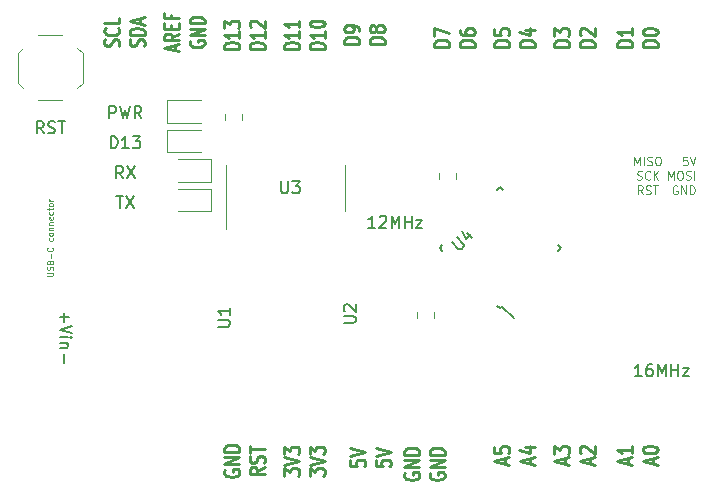
<source format=gbr>
%TF.GenerationSoftware,KiCad,Pcbnew,(5.1.2-1)-1*%
%TF.CreationDate,2020-03-19T17:13:43+05:30*%
%TF.ProjectId,Uno rev1.1,556e6f20-7265-4763-912e-312e6b696361,rev?*%
%TF.SameCoordinates,Original*%
%TF.FileFunction,Legend,Top*%
%TF.FilePolarity,Positive*%
%FSLAX46Y46*%
G04 Gerber Fmt 4.6, Leading zero omitted, Abs format (unit mm)*
G04 Created by KiCad (PCBNEW (5.1.2-1)-1) date 2020-03-19 17:13:43*
%MOMM*%
%LPD*%
G04 APERTURE LIST*
%ADD10C,0.125000*%
%ADD11C,0.228600*%
%ADD12C,0.100000*%
%ADD13C,0.120000*%
%ADD14C,0.150000*%
G04 APERTURE END LIST*
D10*
X15476190Y-34726190D02*
X15880952Y-34726190D01*
X15928571Y-34702380D01*
X15952380Y-34678571D01*
X15976190Y-34630952D01*
X15976190Y-34535714D01*
X15952380Y-34488095D01*
X15928571Y-34464285D01*
X15880952Y-34440476D01*
X15476190Y-34440476D01*
X15952380Y-34226190D02*
X15976190Y-34154761D01*
X15976190Y-34035714D01*
X15952380Y-33988095D01*
X15928571Y-33964285D01*
X15880952Y-33940476D01*
X15833333Y-33940476D01*
X15785714Y-33964285D01*
X15761904Y-33988095D01*
X15738095Y-34035714D01*
X15714285Y-34130952D01*
X15690476Y-34178571D01*
X15666666Y-34202380D01*
X15619047Y-34226190D01*
X15571428Y-34226190D01*
X15523809Y-34202380D01*
X15500000Y-34178571D01*
X15476190Y-34130952D01*
X15476190Y-34011904D01*
X15500000Y-33940476D01*
X15714285Y-33559523D02*
X15738095Y-33488095D01*
X15761904Y-33464285D01*
X15809523Y-33440476D01*
X15880952Y-33440476D01*
X15928571Y-33464285D01*
X15952380Y-33488095D01*
X15976190Y-33535714D01*
X15976190Y-33726190D01*
X15476190Y-33726190D01*
X15476190Y-33559523D01*
X15500000Y-33511904D01*
X15523809Y-33488095D01*
X15571428Y-33464285D01*
X15619047Y-33464285D01*
X15666666Y-33488095D01*
X15690476Y-33511904D01*
X15714285Y-33559523D01*
X15714285Y-33726190D01*
X15785714Y-33226190D02*
X15785714Y-32845238D01*
X15928571Y-32321428D02*
X15952380Y-32345238D01*
X15976190Y-32416666D01*
X15976190Y-32464285D01*
X15952380Y-32535714D01*
X15904761Y-32583333D01*
X15857142Y-32607142D01*
X15761904Y-32630952D01*
X15690476Y-32630952D01*
X15595238Y-32607142D01*
X15547619Y-32583333D01*
X15500000Y-32535714D01*
X15476190Y-32464285D01*
X15476190Y-32416666D01*
X15500000Y-32345238D01*
X15523809Y-32321428D01*
X15952380Y-31511904D02*
X15976190Y-31559523D01*
X15976190Y-31654761D01*
X15952380Y-31702380D01*
X15928571Y-31726190D01*
X15880952Y-31750000D01*
X15738095Y-31750000D01*
X15690476Y-31726190D01*
X15666666Y-31702380D01*
X15642857Y-31654761D01*
X15642857Y-31559523D01*
X15666666Y-31511904D01*
X15976190Y-31226190D02*
X15952380Y-31273809D01*
X15928571Y-31297619D01*
X15880952Y-31321428D01*
X15738095Y-31321428D01*
X15690476Y-31297619D01*
X15666666Y-31273809D01*
X15642857Y-31226190D01*
X15642857Y-31154761D01*
X15666666Y-31107142D01*
X15690476Y-31083333D01*
X15738095Y-31059523D01*
X15880952Y-31059523D01*
X15928571Y-31083333D01*
X15952380Y-31107142D01*
X15976190Y-31154761D01*
X15976190Y-31226190D01*
X15642857Y-30845238D02*
X15976190Y-30845238D01*
X15690476Y-30845238D02*
X15666666Y-30821428D01*
X15642857Y-30773809D01*
X15642857Y-30702380D01*
X15666666Y-30654761D01*
X15714285Y-30630952D01*
X15976190Y-30630952D01*
X15642857Y-30392857D02*
X15976190Y-30392857D01*
X15690476Y-30392857D02*
X15666666Y-30369047D01*
X15642857Y-30321428D01*
X15642857Y-30250000D01*
X15666666Y-30202380D01*
X15714285Y-30178571D01*
X15976190Y-30178571D01*
X15952380Y-29750000D02*
X15976190Y-29797619D01*
X15976190Y-29892857D01*
X15952380Y-29940476D01*
X15904761Y-29964285D01*
X15714285Y-29964285D01*
X15666666Y-29940476D01*
X15642857Y-29892857D01*
X15642857Y-29797619D01*
X15666666Y-29750000D01*
X15714285Y-29726190D01*
X15761904Y-29726190D01*
X15809523Y-29964285D01*
X15952380Y-29297619D02*
X15976190Y-29345238D01*
X15976190Y-29440476D01*
X15952380Y-29488095D01*
X15928571Y-29511904D01*
X15880952Y-29535714D01*
X15738095Y-29535714D01*
X15690476Y-29511904D01*
X15666666Y-29488095D01*
X15642857Y-29440476D01*
X15642857Y-29345238D01*
X15666666Y-29297619D01*
X15642857Y-29154761D02*
X15642857Y-28964285D01*
X15476190Y-29083333D02*
X15904761Y-29083333D01*
X15952380Y-29059523D01*
X15976190Y-29011904D01*
X15976190Y-28964285D01*
X15976190Y-28726190D02*
X15952380Y-28773809D01*
X15928571Y-28797619D01*
X15880952Y-28821428D01*
X15738095Y-28821428D01*
X15690476Y-28797619D01*
X15666666Y-28773809D01*
X15642857Y-28726190D01*
X15642857Y-28654761D01*
X15666666Y-28607142D01*
X15690476Y-28583333D01*
X15738095Y-28559523D01*
X15880952Y-28559523D01*
X15928571Y-28583333D01*
X15952380Y-28607142D01*
X15976190Y-28654761D01*
X15976190Y-28726190D01*
X15976190Y-28345238D02*
X15642857Y-28345238D01*
X15738095Y-28345238D02*
X15690476Y-28321428D01*
X15666666Y-28297619D01*
X15642857Y-28250000D01*
X15642857Y-28202380D01*
D11*
X26314866Y-15624704D02*
X26314866Y-15165085D01*
X26677723Y-15716628D02*
X25407723Y-15394895D01*
X26677723Y-15073161D01*
X26677723Y-14199885D02*
X26072961Y-14521619D01*
X26677723Y-14751428D02*
X25407723Y-14751428D01*
X25407723Y-14383733D01*
X25468200Y-14291809D01*
X25528676Y-14245847D01*
X25649628Y-14199885D01*
X25831057Y-14199885D01*
X25952009Y-14245847D01*
X26012485Y-14291809D01*
X26072961Y-14383733D01*
X26072961Y-14751428D01*
X26012485Y-13786228D02*
X26012485Y-13464495D01*
X26677723Y-13326609D02*
X26677723Y-13786228D01*
X25407723Y-13786228D01*
X25407723Y-13326609D01*
X26012485Y-12591219D02*
X26012485Y-12912952D01*
X26677723Y-12912952D02*
X25407723Y-12912952D01*
X25407723Y-12453333D01*
X27601800Y-14797390D02*
X27541323Y-14889314D01*
X27541323Y-15027200D01*
X27601800Y-15165085D01*
X27722752Y-15257009D01*
X27843704Y-15302971D01*
X28085609Y-15348933D01*
X28267038Y-15348933D01*
X28508942Y-15302971D01*
X28629895Y-15257009D01*
X28750847Y-15165085D01*
X28811323Y-15027200D01*
X28811323Y-14935276D01*
X28750847Y-14797390D01*
X28690371Y-14751428D01*
X28267038Y-14751428D01*
X28267038Y-14935276D01*
X28811323Y-14337771D02*
X27541323Y-14337771D01*
X28811323Y-13786228D01*
X27541323Y-13786228D01*
X28811323Y-13326609D02*
X27541323Y-13326609D01*
X27541323Y-13096800D01*
X27601800Y-12958914D01*
X27722752Y-12866990D01*
X27843704Y-12821028D01*
X28085609Y-12775066D01*
X28267038Y-12775066D01*
X28508942Y-12821028D01*
X28629895Y-12866990D01*
X28750847Y-12958914D01*
X28811323Y-13096800D01*
X28811323Y-13326609D01*
X21537247Y-15253562D02*
X21597723Y-15115676D01*
X21597723Y-14885867D01*
X21537247Y-14793943D01*
X21476771Y-14747981D01*
X21355819Y-14702019D01*
X21234866Y-14702019D01*
X21113914Y-14747981D01*
X21053438Y-14793943D01*
X20992961Y-14885867D01*
X20932485Y-15069714D01*
X20872009Y-15161638D01*
X20811533Y-15207600D01*
X20690580Y-15253562D01*
X20569628Y-15253562D01*
X20448676Y-15207600D01*
X20388200Y-15161638D01*
X20327723Y-15069714D01*
X20327723Y-14839905D01*
X20388200Y-14702019D01*
X21476771Y-13736819D02*
X21537247Y-13782781D01*
X21597723Y-13920667D01*
X21597723Y-14012590D01*
X21537247Y-14150476D01*
X21416295Y-14242400D01*
X21295342Y-14288362D01*
X21053438Y-14334324D01*
X20872009Y-14334324D01*
X20630104Y-14288362D01*
X20509152Y-14242400D01*
X20388200Y-14150476D01*
X20327723Y-14012590D01*
X20327723Y-13920667D01*
X20388200Y-13782781D01*
X20448676Y-13736819D01*
X21597723Y-12863543D02*
X21597723Y-13323162D01*
X20327723Y-13323162D01*
X23670847Y-15253562D02*
X23731323Y-15115676D01*
X23731323Y-14885867D01*
X23670847Y-14793943D01*
X23610371Y-14747981D01*
X23489419Y-14702019D01*
X23368466Y-14702019D01*
X23247514Y-14747981D01*
X23187038Y-14793943D01*
X23126561Y-14885867D01*
X23066085Y-15069714D01*
X23005609Y-15161638D01*
X22945133Y-15207600D01*
X22824180Y-15253562D01*
X22703228Y-15253562D01*
X22582276Y-15207600D01*
X22521800Y-15161638D01*
X22461323Y-15069714D01*
X22461323Y-14839905D01*
X22521800Y-14702019D01*
X23731323Y-14288362D02*
X22461323Y-14288362D01*
X22461323Y-14058552D01*
X22521800Y-13920667D01*
X22642752Y-13828743D01*
X22763704Y-13782781D01*
X23005609Y-13736819D01*
X23187038Y-13736819D01*
X23428942Y-13782781D01*
X23549895Y-13828743D01*
X23670847Y-13920667D01*
X23731323Y-14058552D01*
X23731323Y-14288362D01*
X23368466Y-13369124D02*
X23368466Y-12909505D01*
X23731323Y-13461048D02*
X22461323Y-13139314D01*
X23731323Y-12817581D01*
X49537723Y-15319904D02*
X48267723Y-15319904D01*
X48267723Y-15078000D01*
X48328200Y-14932857D01*
X48449152Y-14836095D01*
X48570104Y-14787714D01*
X48812009Y-14739333D01*
X48993438Y-14739333D01*
X49235342Y-14787714D01*
X49356295Y-14836095D01*
X49477247Y-14932857D01*
X49537723Y-15078000D01*
X49537723Y-15319904D01*
X48267723Y-14400666D02*
X48267723Y-13723333D01*
X49537723Y-14158761D01*
X51671323Y-15319904D02*
X50401323Y-15319904D01*
X50401323Y-15078000D01*
X50461800Y-14932857D01*
X50582752Y-14836095D01*
X50703704Y-14787714D01*
X50945609Y-14739333D01*
X51127038Y-14739333D01*
X51368942Y-14787714D01*
X51489895Y-14836095D01*
X51610847Y-14932857D01*
X51671323Y-15078000D01*
X51671323Y-15319904D01*
X50401323Y-13868476D02*
X50401323Y-14062000D01*
X50461800Y-14158761D01*
X50522276Y-14207142D01*
X50703704Y-14303904D01*
X50945609Y-14352285D01*
X51429419Y-14352285D01*
X51550371Y-14303904D01*
X51610847Y-14255523D01*
X51671323Y-14158761D01*
X51671323Y-13965238D01*
X51610847Y-13868476D01*
X51550371Y-13820095D01*
X51429419Y-13771714D01*
X51127038Y-13771714D01*
X51006085Y-13820095D01*
X50945609Y-13868476D01*
X50885133Y-13965238D01*
X50885133Y-14158761D01*
X50945609Y-14255523D01*
X51006085Y-14303904D01*
X51127038Y-14352285D01*
X31757723Y-15488028D02*
X30487723Y-15488028D01*
X30487723Y-15258219D01*
X30548200Y-15120333D01*
X30669152Y-15028409D01*
X30790104Y-14982447D01*
X31032009Y-14936485D01*
X31213438Y-14936485D01*
X31455342Y-14982447D01*
X31576295Y-15028409D01*
X31697247Y-15120333D01*
X31757723Y-15258219D01*
X31757723Y-15488028D01*
X31757723Y-14017247D02*
X31757723Y-14568790D01*
X31757723Y-14293019D02*
X30487723Y-14293019D01*
X30669152Y-14384942D01*
X30790104Y-14476866D01*
X30850580Y-14568790D01*
X30487723Y-13695514D02*
X30487723Y-13098009D01*
X30971533Y-13419742D01*
X30971533Y-13281857D01*
X31032009Y-13189933D01*
X31092485Y-13143971D01*
X31213438Y-13098009D01*
X31515819Y-13098009D01*
X31636771Y-13143971D01*
X31697247Y-13189933D01*
X31757723Y-13281857D01*
X31757723Y-13557628D01*
X31697247Y-13649552D01*
X31636771Y-13695514D01*
X33891323Y-15488028D02*
X32621323Y-15488028D01*
X32621323Y-15258219D01*
X32681800Y-15120333D01*
X32802752Y-15028409D01*
X32923704Y-14982447D01*
X33165609Y-14936485D01*
X33347038Y-14936485D01*
X33588942Y-14982447D01*
X33709895Y-15028409D01*
X33830847Y-15120333D01*
X33891323Y-15258219D01*
X33891323Y-15488028D01*
X33891323Y-14017247D02*
X33891323Y-14568790D01*
X33891323Y-14293019D02*
X32621323Y-14293019D01*
X32802752Y-14384942D01*
X32923704Y-14476866D01*
X32984180Y-14568790D01*
X32742276Y-13649552D02*
X32681800Y-13603590D01*
X32621323Y-13511666D01*
X32621323Y-13281857D01*
X32681800Y-13189933D01*
X32742276Y-13143971D01*
X32863228Y-13098009D01*
X32984180Y-13098009D01*
X33165609Y-13143971D01*
X33891323Y-13695514D01*
X33891323Y-13098009D01*
X36837723Y-15488028D02*
X35567723Y-15488028D01*
X35567723Y-15258219D01*
X35628200Y-15120333D01*
X35749152Y-15028409D01*
X35870104Y-14982447D01*
X36112009Y-14936485D01*
X36293438Y-14936485D01*
X36535342Y-14982447D01*
X36656295Y-15028409D01*
X36777247Y-15120333D01*
X36837723Y-15258219D01*
X36837723Y-15488028D01*
X36837723Y-14017247D02*
X36837723Y-14568790D01*
X36837723Y-14293019D02*
X35567723Y-14293019D01*
X35749152Y-14384942D01*
X35870104Y-14476866D01*
X35930580Y-14568790D01*
X36837723Y-13098009D02*
X36837723Y-13649552D01*
X36837723Y-13373780D02*
X35567723Y-13373780D01*
X35749152Y-13465704D01*
X35870104Y-13557628D01*
X35930580Y-13649552D01*
X38971323Y-15488028D02*
X37701323Y-15488028D01*
X37701323Y-15258219D01*
X37761800Y-15120333D01*
X37882752Y-15028409D01*
X38003704Y-14982447D01*
X38245609Y-14936485D01*
X38427038Y-14936485D01*
X38668942Y-14982447D01*
X38789895Y-15028409D01*
X38910847Y-15120333D01*
X38971323Y-15258219D01*
X38971323Y-15488028D01*
X38971323Y-14017247D02*
X38971323Y-14568790D01*
X38971323Y-14293019D02*
X37701323Y-14293019D01*
X37882752Y-14384942D01*
X38003704Y-14476866D01*
X38064180Y-14568790D01*
X37701323Y-13419742D02*
X37701323Y-13327819D01*
X37761800Y-13235895D01*
X37822276Y-13189933D01*
X37943228Y-13143971D01*
X38185133Y-13098009D01*
X38487514Y-13098009D01*
X38729419Y-13143971D01*
X38850371Y-13189933D01*
X38910847Y-13235895D01*
X38971323Y-13327819D01*
X38971323Y-13419742D01*
X38910847Y-13511666D01*
X38850371Y-13557628D01*
X38729419Y-13603590D01*
X38487514Y-13649552D01*
X38185133Y-13649552D01*
X37943228Y-13603590D01*
X37822276Y-13557628D01*
X37761800Y-13511666D01*
X37701323Y-13419742D01*
X41917723Y-15065904D02*
X40647723Y-15065904D01*
X40647723Y-14824000D01*
X40708200Y-14678857D01*
X40829152Y-14582095D01*
X40950104Y-14533714D01*
X41192009Y-14485333D01*
X41373438Y-14485333D01*
X41615342Y-14533714D01*
X41736295Y-14582095D01*
X41857247Y-14678857D01*
X41917723Y-14824000D01*
X41917723Y-15065904D01*
X41917723Y-14001523D02*
X41917723Y-13808000D01*
X41857247Y-13711238D01*
X41796771Y-13662857D01*
X41615342Y-13566095D01*
X41373438Y-13517714D01*
X40889628Y-13517714D01*
X40768676Y-13566095D01*
X40708200Y-13614476D01*
X40647723Y-13711238D01*
X40647723Y-13904761D01*
X40708200Y-14001523D01*
X40768676Y-14049904D01*
X40889628Y-14098285D01*
X41192009Y-14098285D01*
X41312961Y-14049904D01*
X41373438Y-14001523D01*
X41433914Y-13904761D01*
X41433914Y-13711238D01*
X41373438Y-13614476D01*
X41312961Y-13566095D01*
X41192009Y-13517714D01*
X44051323Y-15065904D02*
X42781323Y-15065904D01*
X42781323Y-14824000D01*
X42841800Y-14678857D01*
X42962752Y-14582095D01*
X43083704Y-14533714D01*
X43325609Y-14485333D01*
X43507038Y-14485333D01*
X43748942Y-14533714D01*
X43869895Y-14582095D01*
X43990847Y-14678857D01*
X44051323Y-14824000D01*
X44051323Y-15065904D01*
X43325609Y-13904761D02*
X43265133Y-14001523D01*
X43204657Y-14049904D01*
X43083704Y-14098285D01*
X43023228Y-14098285D01*
X42902276Y-14049904D01*
X42841800Y-14001523D01*
X42781323Y-13904761D01*
X42781323Y-13711238D01*
X42841800Y-13614476D01*
X42902276Y-13566095D01*
X43023228Y-13517714D01*
X43083704Y-13517714D01*
X43204657Y-13566095D01*
X43265133Y-13614476D01*
X43325609Y-13711238D01*
X43325609Y-13904761D01*
X43386085Y-14001523D01*
X43446561Y-14049904D01*
X43567514Y-14098285D01*
X43809419Y-14098285D01*
X43930371Y-14049904D01*
X43990847Y-14001523D01*
X44051323Y-13904761D01*
X44051323Y-13711238D01*
X43990847Y-13614476D01*
X43930371Y-13566095D01*
X43809419Y-13517714D01*
X43567514Y-13517714D01*
X43446561Y-13566095D01*
X43386085Y-13614476D01*
X43325609Y-13711238D01*
X54617723Y-15319904D02*
X53347723Y-15319904D01*
X53347723Y-15078000D01*
X53408200Y-14932857D01*
X53529152Y-14836095D01*
X53650104Y-14787714D01*
X53892009Y-14739333D01*
X54073438Y-14739333D01*
X54315342Y-14787714D01*
X54436295Y-14836095D01*
X54557247Y-14932857D01*
X54617723Y-15078000D01*
X54617723Y-15319904D01*
X53347723Y-13820095D02*
X53347723Y-14303904D01*
X53952485Y-14352285D01*
X53892009Y-14303904D01*
X53831533Y-14207142D01*
X53831533Y-13965238D01*
X53892009Y-13868476D01*
X53952485Y-13820095D01*
X54073438Y-13771714D01*
X54375819Y-13771714D01*
X54496771Y-13820095D01*
X54557247Y-13868476D01*
X54617723Y-13965238D01*
X54617723Y-14207142D01*
X54557247Y-14303904D01*
X54496771Y-14352285D01*
X56751323Y-15319904D02*
X55481323Y-15319904D01*
X55481323Y-15078000D01*
X55541800Y-14932857D01*
X55662752Y-14836095D01*
X55783704Y-14787714D01*
X56025609Y-14739333D01*
X56207038Y-14739333D01*
X56448942Y-14787714D01*
X56569895Y-14836095D01*
X56690847Y-14932857D01*
X56751323Y-15078000D01*
X56751323Y-15319904D01*
X55904657Y-13868476D02*
X56751323Y-13868476D01*
X55420847Y-14110380D02*
X56327990Y-14352285D01*
X56327990Y-13723333D01*
X59697723Y-15319904D02*
X58427723Y-15319904D01*
X58427723Y-15078000D01*
X58488200Y-14932857D01*
X58609152Y-14836095D01*
X58730104Y-14787714D01*
X58972009Y-14739333D01*
X59153438Y-14739333D01*
X59395342Y-14787714D01*
X59516295Y-14836095D01*
X59637247Y-14932857D01*
X59697723Y-15078000D01*
X59697723Y-15319904D01*
X58427723Y-14400666D02*
X58427723Y-13771714D01*
X58911533Y-14110380D01*
X58911533Y-13965238D01*
X58972009Y-13868476D01*
X59032485Y-13820095D01*
X59153438Y-13771714D01*
X59455819Y-13771714D01*
X59576771Y-13820095D01*
X59637247Y-13868476D01*
X59697723Y-13965238D01*
X59697723Y-14255523D01*
X59637247Y-14352285D01*
X59576771Y-14400666D01*
X61831323Y-15319904D02*
X60561323Y-15319904D01*
X60561323Y-15078000D01*
X60621800Y-14932857D01*
X60742752Y-14836095D01*
X60863704Y-14787714D01*
X61105609Y-14739333D01*
X61287038Y-14739333D01*
X61528942Y-14787714D01*
X61649895Y-14836095D01*
X61770847Y-14932857D01*
X61831323Y-15078000D01*
X61831323Y-15319904D01*
X60682276Y-14352285D02*
X60621800Y-14303904D01*
X60561323Y-14207142D01*
X60561323Y-13965238D01*
X60621800Y-13868476D01*
X60682276Y-13820095D01*
X60803228Y-13771714D01*
X60924180Y-13771714D01*
X61105609Y-13820095D01*
X61831323Y-14400666D01*
X61831323Y-13771714D01*
X65031723Y-15319904D02*
X63761723Y-15319904D01*
X63761723Y-15078000D01*
X63822200Y-14932857D01*
X63943152Y-14836095D01*
X64064104Y-14787714D01*
X64306009Y-14739333D01*
X64487438Y-14739333D01*
X64729342Y-14787714D01*
X64850295Y-14836095D01*
X64971247Y-14932857D01*
X65031723Y-15078000D01*
X65031723Y-15319904D01*
X65031723Y-13771714D02*
X65031723Y-14352285D01*
X65031723Y-14062000D02*
X63761723Y-14062000D01*
X63943152Y-14158761D01*
X64064104Y-14255523D01*
X64124580Y-14352285D01*
X67165323Y-15319904D02*
X65895323Y-15319904D01*
X65895323Y-15078000D01*
X65955800Y-14932857D01*
X66076752Y-14836095D01*
X66197704Y-14787714D01*
X66439609Y-14739333D01*
X66621038Y-14739333D01*
X66862942Y-14787714D01*
X66983895Y-14836095D01*
X67104847Y-14932857D01*
X67165323Y-15078000D01*
X67165323Y-15319904D01*
X65895323Y-14110380D02*
X65895323Y-14013619D01*
X65955800Y-13916857D01*
X66016276Y-13868476D01*
X66137228Y-13820095D01*
X66379133Y-13771714D01*
X66681514Y-13771714D01*
X66923419Y-13820095D01*
X67044371Y-13868476D01*
X67104847Y-13916857D01*
X67165323Y-14013619D01*
X67165323Y-14110380D01*
X67104847Y-14207142D01*
X67044371Y-14255523D01*
X66923419Y-14303904D01*
X66681514Y-14352285D01*
X66379133Y-14352285D01*
X66137228Y-14303904D01*
X66016276Y-14255523D01*
X65955800Y-14207142D01*
X65895323Y-14110380D01*
X54254866Y-50601714D02*
X54254866Y-50117904D01*
X54617723Y-50698476D02*
X53347723Y-50359809D01*
X54617723Y-50021142D01*
X53347723Y-49198666D02*
X53347723Y-49682476D01*
X53952485Y-49730857D01*
X53892009Y-49682476D01*
X53831533Y-49585714D01*
X53831533Y-49343809D01*
X53892009Y-49247047D01*
X53952485Y-49198666D01*
X54073438Y-49150285D01*
X54375819Y-49150285D01*
X54496771Y-49198666D01*
X54557247Y-49247047D01*
X54617723Y-49343809D01*
X54617723Y-49585714D01*
X54557247Y-49682476D01*
X54496771Y-49730857D01*
X56388466Y-50601714D02*
X56388466Y-50117904D01*
X56751323Y-50698476D02*
X55481323Y-50359809D01*
X56751323Y-50021142D01*
X55904657Y-49247047D02*
X56751323Y-49247047D01*
X55420847Y-49488952D02*
X56327990Y-49730857D01*
X56327990Y-49101904D01*
X59334866Y-50601714D02*
X59334866Y-50117904D01*
X59697723Y-50698476D02*
X58427723Y-50359809D01*
X59697723Y-50021142D01*
X58427723Y-49779238D02*
X58427723Y-49150285D01*
X58911533Y-49488952D01*
X58911533Y-49343809D01*
X58972009Y-49247047D01*
X59032485Y-49198666D01*
X59153438Y-49150285D01*
X59455819Y-49150285D01*
X59576771Y-49198666D01*
X59637247Y-49247047D01*
X59697723Y-49343809D01*
X59697723Y-49634095D01*
X59637247Y-49730857D01*
X59576771Y-49779238D01*
X61468466Y-50601714D02*
X61468466Y-50117904D01*
X61831323Y-50698476D02*
X60561323Y-50359809D01*
X61831323Y-50021142D01*
X60682276Y-49730857D02*
X60621800Y-49682476D01*
X60561323Y-49585714D01*
X60561323Y-49343809D01*
X60621800Y-49247047D01*
X60682276Y-49198666D01*
X60803228Y-49150285D01*
X60924180Y-49150285D01*
X61105609Y-49198666D01*
X61831323Y-49779238D01*
X61831323Y-49150285D01*
X64668866Y-50601714D02*
X64668866Y-50117904D01*
X65031723Y-50698476D02*
X63761723Y-50359809D01*
X65031723Y-50021142D01*
X65031723Y-49150285D02*
X65031723Y-49730857D01*
X65031723Y-49440571D02*
X63761723Y-49440571D01*
X63943152Y-49537333D01*
X64064104Y-49634095D01*
X64124580Y-49730857D01*
X66802466Y-50601714D02*
X66802466Y-50117904D01*
X67165323Y-50698476D02*
X65895323Y-50359809D01*
X67165323Y-50021142D01*
X65895323Y-49488952D02*
X65895323Y-49392190D01*
X65955800Y-49295428D01*
X66016276Y-49247047D01*
X66137228Y-49198666D01*
X66379133Y-49150285D01*
X66681514Y-49150285D01*
X66923419Y-49198666D01*
X67044371Y-49247047D01*
X67104847Y-49295428D01*
X67165323Y-49392190D01*
X67165323Y-49488952D01*
X67104847Y-49585714D01*
X67044371Y-49634095D01*
X66923419Y-49682476D01*
X66681514Y-49730857D01*
X66379133Y-49730857D01*
X66137228Y-49682476D01*
X66016276Y-49634095D01*
X65955800Y-49585714D01*
X65895323Y-49488952D01*
X30548200Y-51158095D02*
X30487723Y-51254857D01*
X30487723Y-51400000D01*
X30548200Y-51545142D01*
X30669152Y-51641904D01*
X30790104Y-51690285D01*
X31032009Y-51738666D01*
X31213438Y-51738666D01*
X31455342Y-51690285D01*
X31576295Y-51641904D01*
X31697247Y-51545142D01*
X31757723Y-51400000D01*
X31757723Y-51303238D01*
X31697247Y-51158095D01*
X31636771Y-51109714D01*
X31213438Y-51109714D01*
X31213438Y-51303238D01*
X31757723Y-50674285D02*
X30487723Y-50674285D01*
X31757723Y-50093714D01*
X30487723Y-50093714D01*
X31757723Y-49609904D02*
X30487723Y-49609904D01*
X30487723Y-49368000D01*
X30548200Y-49222857D01*
X30669152Y-49126095D01*
X30790104Y-49077714D01*
X31032009Y-49029333D01*
X31213438Y-49029333D01*
X31455342Y-49077714D01*
X31576295Y-49126095D01*
X31697247Y-49222857D01*
X31757723Y-49368000D01*
X31757723Y-49609904D01*
X33891323Y-50940380D02*
X33286561Y-51279047D01*
X33891323Y-51520952D02*
X32621323Y-51520952D01*
X32621323Y-51133904D01*
X32681800Y-51037142D01*
X32742276Y-50988761D01*
X32863228Y-50940380D01*
X33044657Y-50940380D01*
X33165609Y-50988761D01*
X33226085Y-51037142D01*
X33286561Y-51133904D01*
X33286561Y-51520952D01*
X33830847Y-50553333D02*
X33891323Y-50408190D01*
X33891323Y-50166285D01*
X33830847Y-50069523D01*
X33770371Y-50021142D01*
X33649419Y-49972761D01*
X33528466Y-49972761D01*
X33407514Y-50021142D01*
X33347038Y-50069523D01*
X33286561Y-50166285D01*
X33226085Y-50359809D01*
X33165609Y-50456571D01*
X33105133Y-50504952D01*
X32984180Y-50553333D01*
X32863228Y-50553333D01*
X32742276Y-50504952D01*
X32681800Y-50456571D01*
X32621323Y-50359809D01*
X32621323Y-50117904D01*
X32681800Y-49972761D01*
X32621323Y-49682476D02*
X32621323Y-49101904D01*
X33891323Y-49392190D02*
X32621323Y-49392190D01*
X35567723Y-51641904D02*
X35567723Y-51012952D01*
X36051533Y-51351619D01*
X36051533Y-51206476D01*
X36112009Y-51109714D01*
X36172485Y-51061333D01*
X36293438Y-51012952D01*
X36595819Y-51012952D01*
X36716771Y-51061333D01*
X36777247Y-51109714D01*
X36837723Y-51206476D01*
X36837723Y-51496761D01*
X36777247Y-51593523D01*
X36716771Y-51641904D01*
X35567723Y-50722666D02*
X36837723Y-50384000D01*
X35567723Y-50045333D01*
X35567723Y-49803428D02*
X35567723Y-49174476D01*
X36051533Y-49513142D01*
X36051533Y-49368000D01*
X36112009Y-49271238D01*
X36172485Y-49222857D01*
X36293438Y-49174476D01*
X36595819Y-49174476D01*
X36716771Y-49222857D01*
X36777247Y-49271238D01*
X36837723Y-49368000D01*
X36837723Y-49658285D01*
X36777247Y-49755047D01*
X36716771Y-49803428D01*
X37701323Y-51641904D02*
X37701323Y-51012952D01*
X38185133Y-51351619D01*
X38185133Y-51206476D01*
X38245609Y-51109714D01*
X38306085Y-51061333D01*
X38427038Y-51012952D01*
X38729419Y-51012952D01*
X38850371Y-51061333D01*
X38910847Y-51109714D01*
X38971323Y-51206476D01*
X38971323Y-51496761D01*
X38910847Y-51593523D01*
X38850371Y-51641904D01*
X37701323Y-50722666D02*
X38971323Y-50384000D01*
X37701323Y-50045333D01*
X37701323Y-49803428D02*
X37701323Y-49174476D01*
X38185133Y-49513142D01*
X38185133Y-49368000D01*
X38245609Y-49271238D01*
X38306085Y-49222857D01*
X38427038Y-49174476D01*
X38729419Y-49174476D01*
X38850371Y-49222857D01*
X38910847Y-49271238D01*
X38971323Y-49368000D01*
X38971323Y-49658285D01*
X38910847Y-49755047D01*
X38850371Y-49803428D01*
X41155723Y-50323523D02*
X41155723Y-50807333D01*
X41760485Y-50855714D01*
X41700009Y-50807333D01*
X41639533Y-50710571D01*
X41639533Y-50468666D01*
X41700009Y-50371904D01*
X41760485Y-50323523D01*
X41881438Y-50275142D01*
X42183819Y-50275142D01*
X42304771Y-50323523D01*
X42365247Y-50371904D01*
X42425723Y-50468666D01*
X42425723Y-50710571D01*
X42365247Y-50807333D01*
X42304771Y-50855714D01*
X41155723Y-49984857D02*
X42425723Y-49646190D01*
X41155723Y-49307523D01*
X43289323Y-50323523D02*
X43289323Y-50807333D01*
X43894085Y-50855714D01*
X43833609Y-50807333D01*
X43773133Y-50710571D01*
X43773133Y-50468666D01*
X43833609Y-50371904D01*
X43894085Y-50323523D01*
X44015038Y-50275142D01*
X44317419Y-50275142D01*
X44438371Y-50323523D01*
X44498847Y-50371904D01*
X44559323Y-50468666D01*
X44559323Y-50710571D01*
X44498847Y-50807333D01*
X44438371Y-50855714D01*
X43289323Y-49984857D02*
X44559323Y-49646190D01*
X43289323Y-49307523D01*
X45788200Y-51412095D02*
X45727723Y-51508857D01*
X45727723Y-51654000D01*
X45788200Y-51799142D01*
X45909152Y-51895904D01*
X46030104Y-51944285D01*
X46272009Y-51992666D01*
X46453438Y-51992666D01*
X46695342Y-51944285D01*
X46816295Y-51895904D01*
X46937247Y-51799142D01*
X46997723Y-51654000D01*
X46997723Y-51557238D01*
X46937247Y-51412095D01*
X46876771Y-51363714D01*
X46453438Y-51363714D01*
X46453438Y-51557238D01*
X46997723Y-50928285D02*
X45727723Y-50928285D01*
X46997723Y-50347714D01*
X45727723Y-50347714D01*
X46997723Y-49863904D02*
X45727723Y-49863904D01*
X45727723Y-49622000D01*
X45788200Y-49476857D01*
X45909152Y-49380095D01*
X46030104Y-49331714D01*
X46272009Y-49283333D01*
X46453438Y-49283333D01*
X46695342Y-49331714D01*
X46816295Y-49380095D01*
X46937247Y-49476857D01*
X46997723Y-49622000D01*
X46997723Y-49863904D01*
X47921800Y-51412095D02*
X47861323Y-51508857D01*
X47861323Y-51654000D01*
X47921800Y-51799142D01*
X48042752Y-51895904D01*
X48163704Y-51944285D01*
X48405609Y-51992666D01*
X48587038Y-51992666D01*
X48828942Y-51944285D01*
X48949895Y-51895904D01*
X49070847Y-51799142D01*
X49131323Y-51654000D01*
X49131323Y-51557238D01*
X49070847Y-51412095D01*
X49010371Y-51363714D01*
X48587038Y-51363714D01*
X48587038Y-51557238D01*
X49131323Y-50928285D02*
X47861323Y-50928285D01*
X49131323Y-50347714D01*
X47861323Y-50347714D01*
X49131323Y-49863904D02*
X47861323Y-49863904D01*
X47861323Y-49622000D01*
X47921800Y-49476857D01*
X48042752Y-49380095D01*
X48163704Y-49331714D01*
X48405609Y-49283333D01*
X48587038Y-49283333D01*
X48828942Y-49331714D01*
X48949895Y-49380095D01*
X49070847Y-49476857D01*
X49131323Y-49622000D01*
X49131323Y-49863904D01*
D12*
X65201666Y-25364285D02*
X65201666Y-24614285D01*
X65435000Y-25150000D01*
X65668333Y-24614285D01*
X65668333Y-25364285D01*
X66001666Y-25364285D02*
X66001666Y-24614285D01*
X66301666Y-25328571D02*
X66401666Y-25364285D01*
X66568333Y-25364285D01*
X66635000Y-25328571D01*
X66668333Y-25292857D01*
X66701666Y-25221428D01*
X66701666Y-25150000D01*
X66668333Y-25078571D01*
X66635000Y-25042857D01*
X66568333Y-25007142D01*
X66435000Y-24971428D01*
X66368333Y-24935714D01*
X66335000Y-24900000D01*
X66301666Y-24828571D01*
X66301666Y-24757142D01*
X66335000Y-24685714D01*
X66368333Y-24650000D01*
X66435000Y-24614285D01*
X66601666Y-24614285D01*
X66701666Y-24650000D01*
X67135000Y-24614285D02*
X67268333Y-24614285D01*
X67335000Y-24650000D01*
X67401666Y-24721428D01*
X67435000Y-24864285D01*
X67435000Y-25114285D01*
X67401666Y-25257142D01*
X67335000Y-25328571D01*
X67268333Y-25364285D01*
X67135000Y-25364285D01*
X67068333Y-25328571D01*
X67001666Y-25257142D01*
X66968333Y-25114285D01*
X66968333Y-24864285D01*
X67001666Y-24721428D01*
X67068333Y-24650000D01*
X67135000Y-24614285D01*
X69668333Y-24614285D02*
X69335000Y-24614285D01*
X69301666Y-24971428D01*
X69335000Y-24935714D01*
X69401666Y-24900000D01*
X69568333Y-24900000D01*
X69635000Y-24935714D01*
X69668333Y-24971428D01*
X69701666Y-25042857D01*
X69701666Y-25221428D01*
X69668333Y-25292857D01*
X69635000Y-25328571D01*
X69568333Y-25364285D01*
X69401666Y-25364285D01*
X69335000Y-25328571D01*
X69301666Y-25292857D01*
X69901666Y-24614285D02*
X70135000Y-25364285D01*
X70368333Y-24614285D01*
X65435000Y-26553571D02*
X65535000Y-26589285D01*
X65701666Y-26589285D01*
X65768333Y-26553571D01*
X65801666Y-26517857D01*
X65835000Y-26446428D01*
X65835000Y-26375000D01*
X65801666Y-26303571D01*
X65768333Y-26267857D01*
X65701666Y-26232142D01*
X65568333Y-26196428D01*
X65501666Y-26160714D01*
X65468333Y-26125000D01*
X65435000Y-26053571D01*
X65435000Y-25982142D01*
X65468333Y-25910714D01*
X65501666Y-25875000D01*
X65568333Y-25839285D01*
X65735000Y-25839285D01*
X65835000Y-25875000D01*
X66535000Y-26517857D02*
X66501666Y-26553571D01*
X66401666Y-26589285D01*
X66335000Y-26589285D01*
X66235000Y-26553571D01*
X66168333Y-26482142D01*
X66135000Y-26410714D01*
X66101666Y-26267857D01*
X66101666Y-26160714D01*
X66135000Y-26017857D01*
X66168333Y-25946428D01*
X66235000Y-25875000D01*
X66335000Y-25839285D01*
X66401666Y-25839285D01*
X66501666Y-25875000D01*
X66535000Y-25910714D01*
X66835000Y-26589285D02*
X66835000Y-25839285D01*
X67235000Y-26589285D02*
X66935000Y-26160714D01*
X67235000Y-25839285D02*
X66835000Y-26267857D01*
X68068333Y-26589285D02*
X68068333Y-25839285D01*
X68301666Y-26375000D01*
X68535000Y-25839285D01*
X68535000Y-26589285D01*
X69001666Y-25839285D02*
X69135000Y-25839285D01*
X69201666Y-25875000D01*
X69268333Y-25946428D01*
X69301666Y-26089285D01*
X69301666Y-26339285D01*
X69268333Y-26482142D01*
X69201666Y-26553571D01*
X69135000Y-26589285D01*
X69001666Y-26589285D01*
X68935000Y-26553571D01*
X68868333Y-26482142D01*
X68835000Y-26339285D01*
X68835000Y-26089285D01*
X68868333Y-25946428D01*
X68935000Y-25875000D01*
X69001666Y-25839285D01*
X69568333Y-26553571D02*
X69668333Y-26589285D01*
X69835000Y-26589285D01*
X69901666Y-26553571D01*
X69935000Y-26517857D01*
X69968333Y-26446428D01*
X69968333Y-26375000D01*
X69935000Y-26303571D01*
X69901666Y-26267857D01*
X69835000Y-26232142D01*
X69701666Y-26196428D01*
X69635000Y-26160714D01*
X69601666Y-26125000D01*
X69568333Y-26053571D01*
X69568333Y-25982142D01*
X69601666Y-25910714D01*
X69635000Y-25875000D01*
X69701666Y-25839285D01*
X69868333Y-25839285D01*
X69968333Y-25875000D01*
X70268333Y-26589285D02*
X70268333Y-25839285D01*
X65901666Y-27814285D02*
X65668333Y-27457142D01*
X65501666Y-27814285D02*
X65501666Y-27064285D01*
X65768333Y-27064285D01*
X65835000Y-27100000D01*
X65868333Y-27135714D01*
X65901666Y-27207142D01*
X65901666Y-27314285D01*
X65868333Y-27385714D01*
X65835000Y-27421428D01*
X65768333Y-27457142D01*
X65501666Y-27457142D01*
X66168333Y-27778571D02*
X66268333Y-27814285D01*
X66435000Y-27814285D01*
X66501666Y-27778571D01*
X66535000Y-27742857D01*
X66568333Y-27671428D01*
X66568333Y-27600000D01*
X66535000Y-27528571D01*
X66501666Y-27492857D01*
X66435000Y-27457142D01*
X66301666Y-27421428D01*
X66235000Y-27385714D01*
X66201666Y-27350000D01*
X66168333Y-27278571D01*
X66168333Y-27207142D01*
X66201666Y-27135714D01*
X66235000Y-27100000D01*
X66301666Y-27064285D01*
X66468333Y-27064285D01*
X66568333Y-27100000D01*
X66768333Y-27064285D02*
X67168333Y-27064285D01*
X66968333Y-27814285D02*
X66968333Y-27064285D01*
X68835000Y-27100000D02*
X68768333Y-27064285D01*
X68668333Y-27064285D01*
X68568333Y-27100000D01*
X68501666Y-27171428D01*
X68468333Y-27242857D01*
X68435000Y-27385714D01*
X68435000Y-27492857D01*
X68468333Y-27635714D01*
X68501666Y-27707142D01*
X68568333Y-27778571D01*
X68668333Y-27814285D01*
X68735000Y-27814285D01*
X68835000Y-27778571D01*
X68868333Y-27742857D01*
X68868333Y-27492857D01*
X68735000Y-27492857D01*
X69168333Y-27814285D02*
X69168333Y-27064285D01*
X69568333Y-27814285D01*
X69568333Y-27064285D01*
X69901666Y-27814285D02*
X69901666Y-27064285D01*
X70068333Y-27064285D01*
X70168333Y-27100000D01*
X70235000Y-27171428D01*
X70268333Y-27242857D01*
X70301666Y-27385714D01*
X70301666Y-27492857D01*
X70268333Y-27635714D01*
X70235000Y-27707142D01*
X70168333Y-27778571D01*
X70068333Y-27814285D01*
X69901666Y-27814285D01*
D13*
%TO.C,R1*%
X46780000Y-38289252D02*
X46780000Y-37766748D01*
X48200000Y-38289252D02*
X48200000Y-37766748D01*
%TO.C,RST*%
X18040000Y-18810000D02*
X18490000Y-18360000D01*
X18040000Y-15410000D02*
X18490000Y-15860000D01*
X13440000Y-15410000D02*
X12990000Y-15860000D01*
X13440000Y-18810000D02*
X12990000Y-18360000D01*
X14740000Y-14360000D02*
X16740000Y-14360000D01*
X18490000Y-18360000D02*
X18490000Y-15860000D01*
X14740000Y-19860000D02*
X16740000Y-19860000D01*
X12990000Y-18360000D02*
X12990000Y-15860000D01*
%TO.C,U3*%
X40739000Y-27265000D02*
X40739000Y-25315000D01*
X40739000Y-27265000D02*
X40739000Y-29215000D01*
X30619000Y-27265000D02*
X30619000Y-25315000D01*
X30619000Y-27265000D02*
X30619000Y-30715000D01*
D14*
%TO.C,U4*%
X53840000Y-37476524D02*
X53999099Y-37317425D01*
X48713476Y-32350000D02*
X48943286Y-32120190D01*
X53840000Y-27223476D02*
X53610190Y-27453286D01*
X58966524Y-32350000D02*
X58736714Y-32579810D01*
X53840000Y-37476524D02*
X53610190Y-37246714D01*
X58966524Y-32350000D02*
X58736714Y-32120190D01*
X53840000Y-27223476D02*
X54069810Y-27453286D01*
X48713476Y-32350000D02*
X48943286Y-32579810D01*
X53999099Y-37317425D02*
X55006726Y-38325052D01*
D13*
%TO.C,D13*%
X28516600Y-22330000D02*
X25656600Y-22330000D01*
X25656600Y-22330000D02*
X25656600Y-24250000D01*
X25656600Y-24250000D02*
X28516600Y-24250000D01*
%TO.C,PWR*%
X28491200Y-19830000D02*
X25631200Y-19830000D01*
X25631200Y-19830000D02*
X25631200Y-21750000D01*
X25631200Y-21750000D02*
X28491200Y-21750000D01*
%TO.C,C7*%
X31944000Y-21030748D02*
X31944000Y-21553252D01*
X30524000Y-21030748D02*
X30524000Y-21553252D01*
%TO.C,C13*%
X50105000Y-25992748D02*
X50105000Y-26515252D01*
X48685000Y-25992748D02*
X48685000Y-26515252D01*
%TO.C,TX*%
X26525000Y-29250000D02*
X29385000Y-29250000D01*
X29385000Y-29250000D02*
X29385000Y-27330000D01*
X29385000Y-27330000D02*
X26525000Y-27330000D01*
%TO.C,RX*%
X26525000Y-26750000D02*
X29385000Y-26750000D01*
X29385000Y-26750000D02*
X29385000Y-24830000D01*
X29385000Y-24830000D02*
X26525000Y-24830000D01*
%TO.C,U1*%
D14*
X29952380Y-39011904D02*
X30761904Y-39011904D01*
X30857142Y-38964285D01*
X30904761Y-38916666D01*
X30952380Y-38821428D01*
X30952380Y-38630952D01*
X30904761Y-38535714D01*
X30857142Y-38488095D01*
X30761904Y-38440476D01*
X29952380Y-38440476D01*
X30952380Y-37440476D02*
X30952380Y-38011904D01*
X30952380Y-37726190D02*
X29952380Y-37726190D01*
X30095238Y-37821428D01*
X30190476Y-37916666D01*
X30238095Y-38011904D01*
%TO.C,U2*%
X40592380Y-38699904D02*
X41401904Y-38699904D01*
X41497142Y-38652285D01*
X41544761Y-38604666D01*
X41592380Y-38509428D01*
X41592380Y-38318952D01*
X41544761Y-38223714D01*
X41497142Y-38176095D01*
X41401904Y-38128476D01*
X40592380Y-38128476D01*
X40687619Y-37699904D02*
X40640000Y-37652285D01*
X40592380Y-37557047D01*
X40592380Y-37318952D01*
X40640000Y-37223714D01*
X40687619Y-37176095D01*
X40782857Y-37128476D01*
X40878095Y-37128476D01*
X41020952Y-37176095D01*
X41592380Y-37747523D01*
X41592380Y-37128476D01*
%TO.C,Y2*%
X43259523Y-30642380D02*
X42688095Y-30642380D01*
X42973809Y-30642380D02*
X42973809Y-29642380D01*
X42878571Y-29785238D01*
X42783333Y-29880476D01*
X42688095Y-29928095D01*
X43640476Y-29737619D02*
X43688095Y-29690000D01*
X43783333Y-29642380D01*
X44021428Y-29642380D01*
X44116666Y-29690000D01*
X44164285Y-29737619D01*
X44211904Y-29832857D01*
X44211904Y-29928095D01*
X44164285Y-30070952D01*
X43592857Y-30642380D01*
X44211904Y-30642380D01*
X44640476Y-30642380D02*
X44640476Y-29642380D01*
X44973809Y-30356666D01*
X45307142Y-29642380D01*
X45307142Y-30642380D01*
X45783333Y-30642380D02*
X45783333Y-29642380D01*
X45783333Y-30118571D02*
X46354761Y-30118571D01*
X46354761Y-30642380D02*
X46354761Y-29642380D01*
X46735714Y-29975714D02*
X47259523Y-29975714D01*
X46735714Y-30642380D01*
X47259523Y-30642380D01*
%TO.C,Y1*%
X65809523Y-43202380D02*
X65238095Y-43202380D01*
X65523809Y-43202380D02*
X65523809Y-42202380D01*
X65428571Y-42345238D01*
X65333333Y-42440476D01*
X65238095Y-42488095D01*
X66666666Y-42202380D02*
X66476190Y-42202380D01*
X66380952Y-42250000D01*
X66333333Y-42297619D01*
X66238095Y-42440476D01*
X66190476Y-42630952D01*
X66190476Y-43011904D01*
X66238095Y-43107142D01*
X66285714Y-43154761D01*
X66380952Y-43202380D01*
X66571428Y-43202380D01*
X66666666Y-43154761D01*
X66714285Y-43107142D01*
X66761904Y-43011904D01*
X66761904Y-42773809D01*
X66714285Y-42678571D01*
X66666666Y-42630952D01*
X66571428Y-42583333D01*
X66380952Y-42583333D01*
X66285714Y-42630952D01*
X66238095Y-42678571D01*
X66190476Y-42773809D01*
X67190476Y-43202380D02*
X67190476Y-42202380D01*
X67523809Y-42916666D01*
X67857142Y-42202380D01*
X67857142Y-43202380D01*
X68333333Y-43202380D02*
X68333333Y-42202380D01*
X68333333Y-42678571D02*
X68904761Y-42678571D01*
X68904761Y-43202380D02*
X68904761Y-42202380D01*
X69285714Y-42535714D02*
X69809523Y-42535714D01*
X69285714Y-43202380D01*
X69809523Y-43202380D01*
%TO.C,J6*%
X16928571Y-37830952D02*
X16928571Y-38592857D01*
X16547619Y-38211904D02*
X17309523Y-38211904D01*
X17547619Y-38926190D02*
X16547619Y-39259523D01*
X17547619Y-39592857D01*
X16547619Y-39926190D02*
X17214285Y-39926190D01*
X17547619Y-39926190D02*
X17500000Y-39878571D01*
X17452380Y-39926190D01*
X17500000Y-39973809D01*
X17547619Y-39926190D01*
X17452380Y-39926190D01*
X17214285Y-40402380D02*
X16547619Y-40402380D01*
X17119047Y-40402380D02*
X17166666Y-40450000D01*
X17214285Y-40545238D01*
X17214285Y-40688095D01*
X17166666Y-40783333D01*
X17071428Y-40830952D01*
X16547619Y-40830952D01*
X16928571Y-41307142D02*
X16928571Y-42069047D01*
%TO.C,RST*%
X15192380Y-22642380D02*
X14859047Y-22166190D01*
X14620952Y-22642380D02*
X14620952Y-21642380D01*
X15001904Y-21642380D01*
X15097142Y-21690000D01*
X15144761Y-21737619D01*
X15192380Y-21832857D01*
X15192380Y-21975714D01*
X15144761Y-22070952D01*
X15097142Y-22118571D01*
X15001904Y-22166190D01*
X14620952Y-22166190D01*
X15573333Y-22594761D02*
X15716190Y-22642380D01*
X15954285Y-22642380D01*
X16049523Y-22594761D01*
X16097142Y-22547142D01*
X16144761Y-22451904D01*
X16144761Y-22356666D01*
X16097142Y-22261428D01*
X16049523Y-22213809D01*
X15954285Y-22166190D01*
X15763809Y-22118571D01*
X15668571Y-22070952D01*
X15620952Y-22023333D01*
X15573333Y-21928095D01*
X15573333Y-21832857D01*
X15620952Y-21737619D01*
X15668571Y-21690000D01*
X15763809Y-21642380D01*
X16001904Y-21642380D01*
X16144761Y-21690000D01*
X16430476Y-21642380D02*
X17001904Y-21642380D01*
X16716190Y-22642380D02*
X16716190Y-21642380D01*
%TO.C,U3*%
X35298095Y-26717380D02*
X35298095Y-27526904D01*
X35345714Y-27622142D01*
X35393333Y-27669761D01*
X35488571Y-27717380D01*
X35679047Y-27717380D01*
X35774285Y-27669761D01*
X35821904Y-27622142D01*
X35869523Y-27526904D01*
X35869523Y-26717380D01*
X36250476Y-26717380D02*
X36869523Y-26717380D01*
X36536190Y-27098333D01*
X36679047Y-27098333D01*
X36774285Y-27145952D01*
X36821904Y-27193571D01*
X36869523Y-27288809D01*
X36869523Y-27526904D01*
X36821904Y-27622142D01*
X36774285Y-27669761D01*
X36679047Y-27717380D01*
X36393333Y-27717380D01*
X36298095Y-27669761D01*
X36250476Y-27622142D01*
%TO.C,U4*%
X49739026Y-31866522D02*
X50311446Y-32438942D01*
X50412461Y-32472614D01*
X50479805Y-32472614D01*
X50580820Y-32438942D01*
X50715507Y-32304255D01*
X50749179Y-32203240D01*
X50749179Y-32135896D01*
X50715507Y-32034881D01*
X50143087Y-31462461D01*
X51018553Y-31058400D02*
X51489957Y-31529805D01*
X50580820Y-30957385D02*
X50917538Y-31630820D01*
X51355270Y-31193087D01*
%TO.C,D13*%
X20875714Y-23912380D02*
X20875714Y-22912380D01*
X21113809Y-22912380D01*
X21256666Y-22960000D01*
X21351904Y-23055238D01*
X21399523Y-23150476D01*
X21447142Y-23340952D01*
X21447142Y-23483809D01*
X21399523Y-23674285D01*
X21351904Y-23769523D01*
X21256666Y-23864761D01*
X21113809Y-23912380D01*
X20875714Y-23912380D01*
X22399523Y-23912380D02*
X21828095Y-23912380D01*
X22113809Y-23912380D02*
X22113809Y-22912380D01*
X22018571Y-23055238D01*
X21923333Y-23150476D01*
X21828095Y-23198095D01*
X22732857Y-22912380D02*
X23351904Y-22912380D01*
X23018571Y-23293333D01*
X23161428Y-23293333D01*
X23256666Y-23340952D01*
X23304285Y-23388571D01*
X23351904Y-23483809D01*
X23351904Y-23721904D01*
X23304285Y-23817142D01*
X23256666Y-23864761D01*
X23161428Y-23912380D01*
X22875714Y-23912380D01*
X22780476Y-23864761D01*
X22732857Y-23817142D01*
%TO.C,PWR*%
X20756666Y-21372380D02*
X20756666Y-20372380D01*
X21137619Y-20372380D01*
X21232857Y-20420000D01*
X21280476Y-20467619D01*
X21328095Y-20562857D01*
X21328095Y-20705714D01*
X21280476Y-20800952D01*
X21232857Y-20848571D01*
X21137619Y-20896190D01*
X20756666Y-20896190D01*
X21661428Y-20372380D02*
X21899523Y-21372380D01*
X22090000Y-20658095D01*
X22280476Y-21372380D01*
X22518571Y-20372380D01*
X23470952Y-21372380D02*
X23137619Y-20896190D01*
X22899523Y-21372380D02*
X22899523Y-20372380D01*
X23280476Y-20372380D01*
X23375714Y-20420000D01*
X23423333Y-20467619D01*
X23470952Y-20562857D01*
X23470952Y-20705714D01*
X23423333Y-20800952D01*
X23375714Y-20848571D01*
X23280476Y-20896190D01*
X22899523Y-20896190D01*
%TO.C,TX*%
X21328095Y-27992380D02*
X21899523Y-27992380D01*
X21613809Y-28992380D02*
X21613809Y-27992380D01*
X22137619Y-27992380D02*
X22804285Y-28992380D01*
X22804285Y-27992380D02*
X22137619Y-28992380D01*
%TO.C,RX*%
X21923333Y-26452380D02*
X21590000Y-25976190D01*
X21351904Y-26452380D02*
X21351904Y-25452380D01*
X21732857Y-25452380D01*
X21828095Y-25500000D01*
X21875714Y-25547619D01*
X21923333Y-25642857D01*
X21923333Y-25785714D01*
X21875714Y-25880952D01*
X21828095Y-25928571D01*
X21732857Y-25976190D01*
X21351904Y-25976190D01*
X22256666Y-25452380D02*
X22923333Y-26452380D01*
X22923333Y-25452380D02*
X22256666Y-26452380D01*
%TD*%
M02*

</source>
